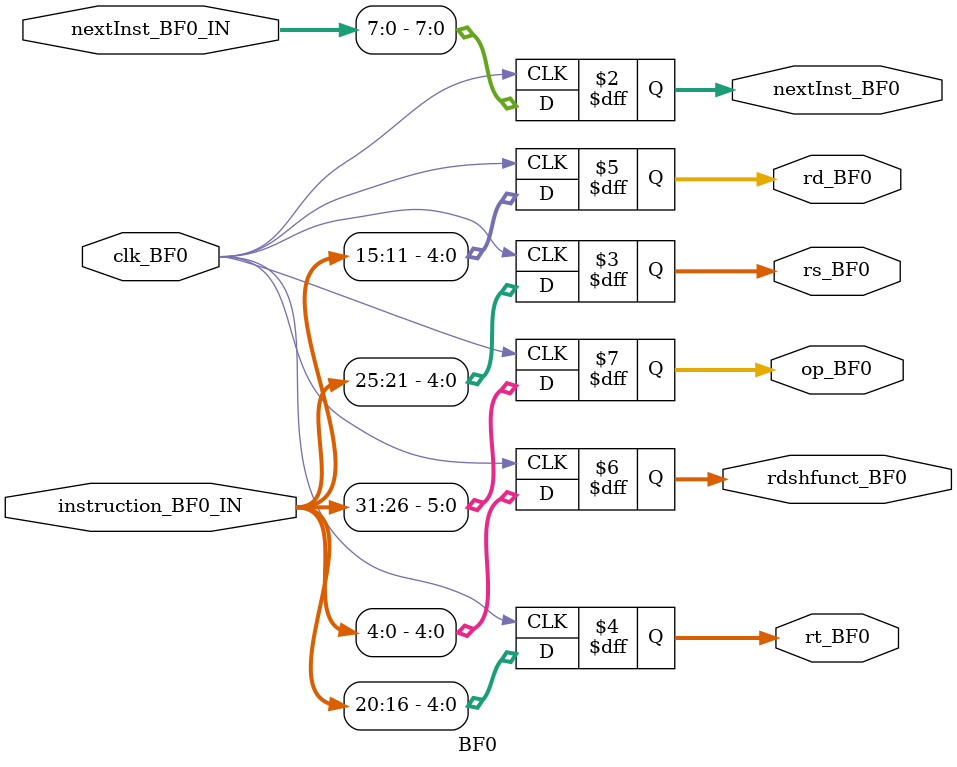
<source format=v>
module BF0(
    input [31:0]instruction_BF0_IN, nextInst_BF0_IN,
    input clk_BF0,
    output reg [7:0]nextInst_BF0,
	output reg [4:0]rs_BF0, rt_BF0, rd_BF0, rdshfunct_BF0,
    output reg [5:0]op_BF0
);
// Conexiones 


// Cuerpo del modulo
always@(posedge clk_BF0)
begin
   nextInst_BF0 <= nextInst_BF0_IN[7:0];
   op_BF0 <= instruction_BF0_IN[31:26];
   rdshfunct_BF0 <= instruction_BF0_IN[15:0];
   rs_BF0 <= instruction_BF0_IN[25:21];
   rt_BF0 <= instruction_BF0_IN[20:16];
   rd_BF0 <= instruction_BF0_IN[15:11];
end
//31 30 29 28 27 26  OP
//25 24 23 22 21     RS
//20 19 18 17 16     RT
//15 14 13 12 11     RD
//10 9  8  7  6      SH
//5  4  3  2  1  0   FUNCTION
endmodule

</source>
